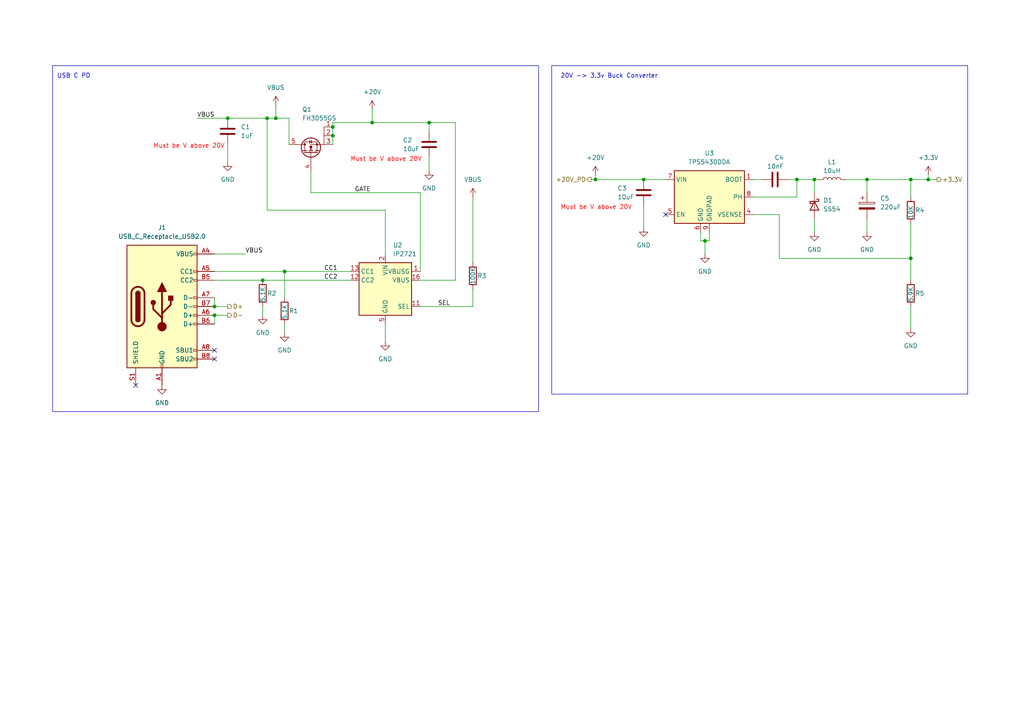
<source format=kicad_sch>
(kicad_sch (version 20230121) (generator eeschema)
  (paper "A4")
  (lib_symbols
    (symbol "Connector:USB_C_Receptacle_USB2.0" (pin_names (offset 1.016))
      (property "Reference" "J" (at -10.16 19.05 0))
      (property "Value" "USB_C_Receptacle_USB2.0" (at 19.05 19.05 0))
      (symbol "USB_C_Receptacle_USB2.0_0_0"
        (rectangle (start -0.254 -17.78) (end 0.254 -16.764))
        (rectangle (start 10.16 -14.986) (end 9.144 -15.494))
        (rectangle (start 10.16 -12.446) (end 9.144 -12.954))
        (rectangle (start 10.16 -4.826) (end 9.144 -5.334))
        (rectangle (start 10.16 -2.286) (end 9.144 -2.794))
        (rectangle (start 10.16 0.254) (end 9.144 -0.254))
        (rectangle (start 10.16 2.794) (end 9.144 2.286))
        (rectangle (start 10.16 7.874) (end 9.144 7.366))
        (rectangle (start 10.16 10.414) (end 9.144 9.906))
        (rectangle (start 10.16 15.494) (end 9.144 14.986))
      )
      (symbol "USB_C_Receptacle_USB2.0_0_1"
        (rectangle (start -10.16 17.78) (end 10.16 -17.78) (stroke (width 0.254)) (fill (type background)))
        (arc (start -8.89 -3.81) (mid -6.985 -5.7067) (end -5.08 -3.81) (stroke (width 0.508)))
        (arc (start -7.62 -3.81) (mid -6.985 -4.4423) (end -6.35 -3.81) (stroke (width 0.254)))
        (arc (start -7.62 -3.81) (mid -6.985 -4.4423) (end -6.35 -3.81) (stroke (width 0.254)) (fill (type outline)))
        (rectangle (start -7.62 -3.81) (end -6.35 3.81) (stroke (width 0.254)) (fill (type outline)))
        (arc (start -6.35 3.81) (mid -6.985 4.4423) (end -7.62 3.81) (stroke (width 0.254)))
        (arc (start -6.35 3.81) (mid -6.985 4.4423) (end -7.62 3.81) (stroke (width 0.254)) (fill (type outline)))
        (arc (start -5.08 3.81) (mid -6.985 5.7067) (end -8.89 3.81) (stroke (width 0.508)))
        (circle (center -2.54 1.143) (radius 0.635) (stroke (width 0.254)) (fill (type outline)))
        (circle (center 0 -5.842) (radius 1.27) (fill (type outline)))
        (polyline (pts (xy -8.89 -3.81) (xy -8.89 3.81)) (stroke (width 0.508)))
        (polyline (pts (xy -5.08 3.81) (xy -5.08 -3.81)) (stroke (width 0.508)))
        (polyline (pts (xy 0 -5.842) (xy 0 4.318)) (stroke (width 0.508)))
        (polyline (pts (xy 0 -3.302) (xy -2.54 -0.762) (xy -2.54 0.508)) (stroke (width 0.508)))
        (polyline (pts (xy 0 -2.032) (xy 2.54 0.508) (xy 2.54 1.778)) (stroke (width 0.508)))
        (polyline (pts (xy -1.27 4.318) (xy 0 6.858) (xy 1.27 4.318) (xy -1.27 4.318)) (stroke (width 0.254)) (fill (type outline)))
        (rectangle (start 1.905 1.778) (end 3.175 3.048) (stroke (width 0.254)) (fill (type outline)))
      )
      (symbol "USB_C_Receptacle_USB2.0_1_1"
        (pin passive line (at 0 -22.86 90) (length 5.08) (name "GND") (number "A1"))
        (pin passive line (at 0 -22.86 90) (length 5.08) hide (name "GND") (number "A12"))
        (pin passive line (at 15.24 15.24 180) (length 5.08) (name "VBUS") (number "A4"))
        (pin bidirectional line (at 15.24 10.16 180) (length 5.08) (name "CC1") (number "A5"))
        (pin bidirectional line (at 15.24 -2.54 180) (length 5.08) (name "D+") (number "A6"))
        (pin bidirectional line (at 15.24 2.54 180) (length 5.08) (name "D-") (number "A7"))
        (pin bidirectional line (at 15.24 -12.7 180) (length 5.08) (name "SBU1") (number "A8"))
        (pin passive line (at 15.24 15.24 180) (length 5.08) hide (name "VBUS") (number "A9"))
        (pin passive line (at 0 -22.86 90) (length 5.08) hide (name "GND") (number "B1"))
        (pin passive line (at 0 -22.86 90) (length 5.08) hide (name "GND") (number "B12"))
        (pin passive line (at 15.24 15.24 180) (length 5.08) hide (name "VBUS") (number "B4"))
        (pin bidirectional line (at 15.24 7.62 180) (length 5.08) (name "CC2") (number "B5"))
        (pin bidirectional line (at 15.24 -5.08 180) (length 5.08) (name "D+") (number "B6"))
        (pin bidirectional line (at 15.24 0 180) (length 5.08) (name "D-") (number "B7"))
        (pin bidirectional line (at 15.24 -15.24 180) (length 5.08) (name "SBU2") (number "B8"))
        (pin passive line (at 15.24 15.24 180) (length 5.08) hide (name "VBUS") (number "B9"))
        (pin passive line (at -7.62 -22.86 90) (length 5.08) (name "SHIELD") (number "S1"))
      )
    )
    (symbol "Device:C" (pin_numbers hide) (pin_names (offset 0.254))
      (property "Reference" "C" (at 0.635 2.54 0))
      (property "Value" "C" (at 0.635 -2.54 0))
      (symbol "C_0_1"
        (polyline (pts (xy -2.032 -0.762) (xy 2.032 -0.762)) (stroke (width 0.508)))
        (polyline (pts (xy -2.032 0.762) (xy 2.032 0.762)) (stroke (width 0.508)))
      )
      (symbol "C_1_1"
        (pin passive line (at 0 3.81 270) (length 2.794) (name "~") (number "1"))
        (pin passive line (at 0 -3.81 90) (length 2.794) (name "~") (number "2"))
      )
    )
    (symbol "Device:C_Polarized" (pin_numbers hide) (pin_names (offset 0.254))
      (property "Reference" "C" (at 0.635 2.54 0))
      (property "Value" "C_Polarized" (at 0.635 -2.54 0))
      (symbol "C_Polarized_0_1"
        (rectangle (start -2.286 0.508) (end 2.286 1.016))
        (polyline (pts (xy -1.778 2.286) (xy -0.762 2.286)))
        (polyline (pts (xy -1.27 2.794) (xy -1.27 1.778)))
        (rectangle (start 2.286 -0.508) (end -2.286 -1.016) (fill (type outline)))
      )
      (symbol "C_Polarized_1_1"
        (pin passive line (at 0 3.81 270) (length 2.794) (name "~") (number "1"))
        (pin passive line (at 0 -3.81 90) (length 2.794) (name "~") (number "2"))
      )
    )
    (symbol "Device:L" (pin_numbers hide) (pin_names (offset 1.016) hide)
      (property "Reference" "L" (at -1.27 0 90))
      (property "Value" "L" (at 1.905 0 90))
      (symbol "L_0_1"
        (arc (start 0 -2.54) (mid 0.6323 -1.905) (end 0 -1.27))
        (arc (start 0 -1.27) (mid 0.6323 -0.635) (end 0 0))
        (arc (start 0 0) (mid 0.6323 0.635) (end 0 1.27))
        (arc (start 0 1.27) (mid 0.6323 1.905) (end 0 2.54))
      )
      (symbol "L_1_1"
        (pin passive line (at 0 3.81 270) (length 1.27) (name "1") (number "1"))
        (pin passive line (at 0 -3.81 90) (length 1.27) (name "2") (number "2"))
      )
    )
    (symbol "Device:R" (pin_numbers hide) (pin_names (offset 0))
      (property "Reference" "R" (at 2.032 0 90))
      (property "Value" "R" (at 0 0 90))
      (symbol "R_0_1"
        (rectangle (start -1.016 -2.54) (end 1.016 2.54) (stroke (width 0.254)))
      )
      (symbol "R_1_1"
        (pin passive line (at 0 3.81 270) (length 1.27) (name "~") (number "1"))
        (pin passive line (at 0 -3.81 90) (length 1.27) (name "~") (number "2"))
      )
    )
    (symbol "Diode:B140-E3" (pin_numbers hide) (pin_names hide)
      (property "Reference" "D" (at 0 2.54 0))
      (property "Value" "B140-E3" (at 0 -2.54 0))
      (symbol "B140-E3_0_1"
        (polyline (pts (xy 1.27 0) (xy -1.27 0)))
        (polyline (pts (xy 1.27 1.27) (xy 1.27 -1.27) (xy -1.27 0) (xy 1.27 1.27)) (stroke (width 0.254)))
        (polyline (pts (xy -1.905 0.635) (xy -1.905 1.27) (xy -1.27 1.27) (xy -1.27 -1.27) (xy -0.635 -1.27) (xy -0.635 -0.635)) (stroke (width 0.254)))
      )
      (symbol "B140-E3_1_1"
        (pin passive line (at -3.81 0 0) (length 2.54) (name "K") (number "1"))
        (pin passive line (at 3.81 0 180) (length 2.54) (name "A") (number "2"))
      )
    )
    (symbol "Interface_USB:IP2721"
      (property "Reference" "U2" (at 2.1941 12.7 0))
      (property "Value" "IP2721" (at 2.1941 10.16 0))
      (symbol "IP2721_0_1"
        (rectangle (start -7.62 7.62) (end 7.62 -7.62) (stroke (width 0.254)) (fill (type background)))
      )
      (symbol "IP2721_1_1"
        (pin output line (at 10.16 5.08 180) (length 2.54) (name "VBUSG") (number "1"))
        (pin no_connect line (at -2.54 -7.62 90) (length 2.54) hide (name "NC") (number "10"))
        (pin input line (at 10.16 -5.08 180) (length 2.54) (name "SEL") (number "11"))
        (pin bidirectional line (at -10.16 2.54 0) (length 2.54) (name "CC2") (number "12"))
        (pin bidirectional line (at -10.16 5.08 0) (length 2.54) (name "CC1") (number "13"))
        (pin no_connect line (at 2.54 -7.62 90) (length 2.54) hide (name "NC") (number "14"))
        (pin no_connect line (at 5.08 -7.62 90) (length 2.54) hide (name "NC") (number "15"))
        (pin input line (at 10.16 2.54 180) (length 2.54) (name "VBUS") (number "16"))
        (pin power_in line (at 0 10.16 270) (length 2.54) (name "VIN") (number "2"))
        (pin no_connect line (at -5.08 7.62 270) (length 2.54) hide (name "NC") (number "3"))
        (pin no_connect line (at -7.62 -2.54 0) (length 2.54) hide (name "NC") (number "4"))
        (pin power_in line (at 0 -10.16 90) (length 2.54) (name "GND") (number "5"))
        (pin no_connect line (at -2.54 7.62 270) (length 2.54) hide (name "NC") (number "6"))
        (pin no_connect line (at 2.54 7.62 90) (length 2.54) hide (name "NC") (number "7"))
        (pin no_connect line (at 5.08 7.62 90) (length 2.54) hide (name "NC") (number "8"))
        (pin no_connect line (at -5.08 -7.62 90) (length 2.54) hide (name "NC") (number "9"))
      )
    )
    (symbol "Regulator_Switching:TPS5430DDA"
      (property "Reference" "U" (at -10.16 8.89 0))
      (property "Value" "TPS5430DDA" (at -1.27 8.89 0))
      (symbol "TPS5430DDA_0_1"
        (rectangle (start -10.16 7.62) (end 10.16 -7.62) (stroke (width 0.254)) (fill (type background)))
      )
      (symbol "TPS5430DDA_1_1"
        (pin input line (at 12.7 5.08 180) (length 2.54) (name "BOOT") (number "1"))
        (pin no_connect line (at -10.16 2.54 0) (length 2.54) hide (name "NC") (number "2"))
        (pin no_connect line (at -10.16 -2.54 0) (length 2.54) hide (name "NC") (number "3"))
        (pin input line (at 12.7 -5.08 180) (length 2.54) (name "VSENSE") (number "4"))
        (pin input line (at -12.7 -5.08 0) (length 2.54) (name "EN") (number "5"))
        (pin power_in line (at -2.54 -10.16 90) (length 2.54) (name "GND") (number "6"))
        (pin power_in line (at -12.7 5.08 0) (length 2.54) (name "VIN") (number "7"))
        (pin output line (at 12.7 0 180) (length 2.54) (name "PH") (number "8"))
        (pin power_in line (at 0 -10.16 90) (length 2.54) (name "GNDPAD") (number "9"))
      )
    )
    (symbol "Transistor_FET:FH3055GS" (pin_names hide)
      (property "Reference" "Q" (at -1.905 2.54 90))
      (property "Value" "FH3055GS" (at -2.54 17.78 90))
      (property "LCSC" "C5159034" (at 0 22.86 90))
      (symbol "FH3055GS_0_1"
        (circle (center -1.778 0) (radius 0.254) (fill (type outline)))
        (circle (center 0 -0.889) (radius 2.794) (stroke (width 0.254)))
        (polyline (pts (xy -2.54 0) (xy -1.778 0)))
        (polyline (pts (xy -2.286 -1.778) (xy -1.27 -1.778)) (stroke (width 0.254)))
        (polyline (pts (xy -1.905 -2.286) (xy 1.905 -2.286)) (stroke (width 0.254)))
        (polyline (pts (xy -0.508 -1.778) (xy 0.508 -1.778)) (stroke (width 0.254)))
        (polyline (pts (xy 0 -2.286) (xy 0 -5.08)))
        (polyline (pts (xy 1.27 -1.778) (xy 2.286 -1.778)) (stroke (width 0.254)))
        (polyline (pts (xy -2.54 0) (xy -3.81 0) (xy -3.81 0)))
        (polyline (pts (xy 2.54 0) (xy 0 0) (xy 0 -1.778)))
        (polyline (pts (xy 2.54 0) (xy 3.81 0) (xy 3.81 5.08)))
        (polyline (pts (xy -0.508 0.254) (xy -0.381 0.381) (xy -0.381 1.143) (xy -0.254 1.27)))
        (polyline (pts (xy -0.381 0.762) (xy 0.254 0.381) (xy 0.254 1.143) (xy -0.381 0.762)))
        (polyline (pts (xy 0 -1.524) (xy -0.381 -0.508) (xy 0.381 -0.508) (xy 0 -1.524)) (fill (type outline)))
        (polyline (pts (xy 1.778 -1.778) (xy 1.778 0.762) (xy -1.778 0.762) (xy -1.778 -1.778)))
        (circle (center 1.778 0) (radius 0.254) (fill (type outline)))
      )
      (symbol "FH3055GS_1_1"
        (pin passive line (at 6.35 5.08 180) (length 2.54) (name "S") (number "1"))
        (pin passive line (at 6.35 2.54 180) (length 2.54) (name "S") (number "2"))
        (pin passive line (at 6.35 0 180) (length 2.54) (name "S") (number "3"))
        (pin input line (at 0 -7.62 90) (length 2.54) (name "G") (number "4"))
        (pin passive line (at -6.35 0 0) (length 2.54) (name "D") (number "5"))
      )
    )
    (symbol "power:+20V_USBPD" (power) (pin_names (offset 0))
      (property "Value" "+20V_USBPD" (at 0 3.81 0))
      (symbol "+20V_USBPD_0_1"
        (polyline (pts (xy -0.762 1.27) (xy 0 2.54)))
        (polyline (pts (xy 0 0) (xy 0 2.54)))
        (polyline (pts (xy 0 2.54) (xy 0.762 1.27)))
      )
      (symbol "+20V_USBPD_1_1"
        (pin power_in line (at 0 0 180) (length 0) hide (name "+20V") (number "1"))
      )
    )
    (symbol "power:+3.3V" (power) (pin_names (offset 0))
      (property "Value" "+3.3V" (at 0 3.556 0))
      (symbol "+3.3V_0_1"
        (polyline (pts (xy -0.762 1.27) (xy 0 2.54)))
        (polyline (pts (xy 0 0) (xy 0 2.54)))
        (polyline (pts (xy 0 2.54) (xy 0.762 1.27)))
      )
      (symbol "+3.3V_1_1"
        (pin power_in line (at 0 0 90) (length 0) hide (name "+3.3V") (number "1"))
      )
    )
    (symbol "power:GND" (power) (pin_names (offset 0))
      (property "Value" "GND" (at 0 -3.81 0))
      (symbol "GND_0_1"
        (polyline (pts (xy 0 0) (xy 0 -1.27) (xy 1.27 -1.27) (xy 0 -2.54) (xy -1.27 -1.27) (xy 0 -1.27)))
      )
      (symbol "GND_1_1"
        (pin power_in line (at 0 0 270) (length 0) hide (name "GND") (number "1"))
      )
    )
    (symbol "power:VBUS" (power) (pin_names (offset 0))
      (property "Value" "VBUS" (at 0 3.81 0))
      (symbol "VBUS_0_1"
        (polyline (pts (xy -0.762 1.27) (xy 0 2.54)))
        (polyline (pts (xy 0 0) (xy 0 2.54)))
        (polyline (pts (xy 0 2.54) (xy 0.762 1.27)))
      )
      (symbol "VBUS_1_1"
        (pin power_in line (at 0 0 90) (length 0) hide (name "VBUS") (number "1"))
      )
    )
  )
  (junction (at 172.72 52.07))
  (junction (at 269.24 52.07))
  (junction (at 96.52 39.37))
  (junction (at 62.23 88.9))
  (junction (at 66.04 34.29))
  (junction (at 264.16 52.07))
  (junction (at 204.47 69.85))
  (junction (at 107.95 35.56))
  (junction (at 77.47 34.29))
  (junction (at 264.16 74.93))
  (junction (at 96.52 36.83))
  (junction (at 80.01 34.29))
  (junction (at 76.2 81.28))
  (junction (at 236.22 52.07))
  (junction (at 251.46 52.07))
  (junction (at 186.69 52.07))
  (junction (at 124.46 35.56))
  (junction (at 231.14 52.07))
  (junction (at 62.23 91.44))
  (junction (at 82.55 78.74))
  (no_connect (at 193.04 62.23))
  (no_connect (at 39.37 111.76))
  (no_connect (at 62.23 101.6))
  (no_connect (at 62.23 104.14))
  (wire (pts (xy 204.47 73.66) (xy 204.47 69.85)))
  (wire (pts (xy 76.2 81.28) (xy 101.6 81.28)))
  (wire (pts (xy 269.24 50.8) (xy 269.24 52.07)))
  (wire (pts (xy 264.16 88.9) (xy 264.16 95.25)))
  (wire (pts (xy 90.17 49.53) (xy 90.17 55.88)))
  (wire (pts (xy 264.16 64.77) (xy 264.16 74.93)))
  (wire (pts (xy 121.92 55.88) (xy 121.92 78.74)))
  (wire (pts (xy 107.95 31.75) (xy 107.95 35.56)))
  (wire (pts (xy 77.47 60.96) (xy 77.47 34.29)))
  (wire (pts (xy 269.24 52.07) (xy 271.78 52.07)))
  (wire (pts (xy 132.08 81.28) (xy 132.08 35.56)))
  (wire (pts (xy 90.17 55.88) (xy 121.92 55.88)))
  (wire (pts (xy 80.01 30.48) (xy 80.01 34.29)))
  (wire (pts (xy 264.16 74.93) (xy 264.16 81.28)))
  (wire (pts (xy 57.15 34.29) (xy 66.04 34.29)))
  (wire (pts (xy 111.76 73.66) (xy 111.76 60.96)))
  (wire (pts (xy 82.55 93.98) (xy 82.55 96.52)))
  (wire (pts (xy 172.72 52.07) (xy 186.69 52.07)))
  (wire (pts (xy 171.45 52.07) (xy 172.72 52.07)))
  (wire (pts (xy 62.23 91.44) (xy 62.23 93.98)))
  (wire (pts (xy 124.46 45.72) (xy 124.46 49.53)))
  (wire (pts (xy 236.22 52.07) (xy 237.49 52.07)))
  (wire (pts (xy 251.46 52.07) (xy 251.46 55.88)))
  (wire (pts (xy 236.22 63.5) (xy 236.22 67.31)))
  (wire (pts (xy 62.23 91.44) (xy 66.04 91.44)))
  (wire (pts (xy 264.16 57.15) (xy 264.16 52.07)))
  (wire (pts (xy 82.55 78.74) (xy 82.55 86.36)))
  (wire (pts (xy 76.2 88.9) (xy 76.2 91.44)))
  (wire (pts (xy 66.04 34.29) (xy 77.47 34.29)))
  (wire (pts (xy 203.2 67.31) (xy 203.2 69.85)))
  (wire (pts (xy 231.14 52.07) (xy 236.22 52.07)))
  (wire (pts (xy 137.16 83.82) (xy 137.16 88.9)))
  (wire (pts (xy 186.69 52.07) (xy 193.04 52.07)))
  (wire (pts (xy 228.6 52.07) (xy 231.14 52.07)))
  (wire (pts (xy 203.2 69.85) (xy 204.47 69.85)))
  (wire (pts (xy 231.14 57.15) (xy 231.14 52.07)))
  (wire (pts (xy 186.69 59.69) (xy 186.69 66.04)))
  (wire (pts (xy 62.23 73.66) (xy 71.12 73.66)))
  (wire (pts (xy 96.52 36.83) (xy 96.52 39.37)))
  (wire (pts (xy 96.52 39.37) (xy 96.52 41.91)))
  (wire (pts (xy 66.04 41.91) (xy 66.04 46.99)))
  (wire (pts (xy 62.23 86.36) (xy 62.23 88.9)))
  (wire (pts (xy 62.23 78.74) (xy 82.55 78.74)))
  (wire (pts (xy 245.11 52.07) (xy 251.46 52.07)))
  (wire (pts (xy 80.01 34.29) (xy 83.82 34.29)))
  (wire (pts (xy 137.16 57.15) (xy 137.16 76.2)))
  (wire (pts (xy 218.44 52.07) (xy 220.98 52.07)))
  (wire (pts (xy 172.72 50.8) (xy 172.72 52.07)))
  (wire (pts (xy 218.44 62.23) (xy 226.06 62.23)))
  (wire (pts (xy 137.16 88.9) (xy 121.92 88.9)))
  (wire (pts (xy 205.74 67.31) (xy 205.74 69.85)))
  (wire (pts (xy 82.55 78.74) (xy 101.6 78.74)))
  (wire (pts (xy 107.95 35.56) (xy 124.46 35.56)))
  (wire (pts (xy 96.52 35.56) (xy 107.95 35.56)))
  (wire (pts (xy 226.06 62.23) (xy 226.06 74.93)))
  (wire (pts (xy 124.46 35.56) (xy 132.08 35.56)))
  (wire (pts (xy 77.47 34.29) (xy 80.01 34.29)))
  (wire (pts (xy 205.74 69.85) (xy 204.47 69.85)))
  (wire (pts (xy 111.76 93.98) (xy 111.76 99.06)))
  (wire (pts (xy 251.46 52.07) (xy 264.16 52.07)))
  (wire (pts (xy 236.22 52.07) (xy 236.22 55.88)))
  (wire (pts (xy 124.46 35.56) (xy 124.46 38.1)))
  (wire (pts (xy 111.76 60.96) (xy 77.47 60.96)))
  (wire (pts (xy 218.44 57.15) (xy 231.14 57.15)))
  (wire (pts (xy 269.24 52.07) (xy 264.16 52.07)))
  (wire (pts (xy 121.92 81.28) (xy 132.08 81.28)))
  (wire (pts (xy 62.23 81.28) (xy 76.2 81.28)))
  (wire (pts (xy 96.52 35.56) (xy 96.52 36.83)))
  (wire (pts (xy 83.82 34.29) (xy 83.82 41.91)))
  (wire (pts (xy 251.46 63.5) (xy 251.46 67.31)))
  (wire (pts (xy 226.06 74.93) (xy 264.16 74.93)))
  (wire (pts (xy 62.23 88.9) (xy 66.04 88.9)))
  (rectangle (start 15.24 19.05) (end 156.21 119.38))
  (rectangle (start 160.02 19.05) (end 280.67 114.3))
  (text "Must be V above 20V" (at 44.45 43.18 0) (effects (font (size 1.27 1.27)) (justify left bottom)))
  (text "Must be V above 20V" (at 101.6 46.99 0) (effects (font (size 1.27 1.27)) (justify left bottom)))
  (text "USB C PD" (at 16.51 22.86 0) (effects (font (size 1.27 1.27)) (justify left bottom)))
  (text "Must be V above 20V" (at 162.56 60.96 0) (effects (font (size 1.27 1.27)) (justify left bottom)))
  (text "20V -> 3.3v Buck Converter" (at 162.56 22.86 0) (effects (font (size 1.27 1.27)) (justify left bottom)))
  (label "VBUS" (at 71.12 73.66 0))
  (label "CC2" (at 93.98 81.28 0))
  (label "SEL" (at 127 88.9 0))
  (label "CC1" (at 93.98 78.74 0))
  (label "GATE" (at 102.87 55.88 0))
  (label "VBUS" (at 57.15 34.29 0))
  (hierarchical_label "+20V_PD" (shape output) (at 171.45 52.07 180))
  (hierarchical_label "D-" (shape output) (at 66.04 91.44 0))
  (hierarchical_label "D+" (shape output) (at 66.04 88.9 0))
  (hierarchical_label "+3.3V" (shape output) (at 271.78 52.07 0))
  (symbol (lib_id "Device:R") (at 76.2 85.09 0) (unit 1)
    (property "Reference" "R2" (at 77.47 85.09 0) (effects (justify left)))
    (property "Value" "5.1K" (at 76.2 87.63 90) (effects (justify left)))
    (property "Footprint" "Resistor_SMD:R_0402_1005Metric" (effects hide))
    (property "LCSC" "C25905" (effects hide))
  )
  (symbol (lib_id "power:VBUS") (at 80.01 30.48 0) (unit 1)
    (property "Reference" "#PWR07" (effects hide))
    (property "Value" "VBUS" (at 80.01 25.4 0))
  )
  (symbol (lib_id "Interface_USB:IP2721") (at 111.76 83.82 0) (unit 1)
    (property "Reference" "U2" (at 113.9541 71.12 0) (effects (justify left)))
    (property "Value" "IP2721" (at 113.9541 73.66 0) (effects (justify left)))
    (property "Footprint" "Package_SO:TSSOP-16_4.4x5mm_P0.65mm" (effects hide))
    (property "Datasheet" "https://datasheet.lcsc.com/lcsc/2006111335_INJOINIC-IP2721_C603176.pdf" (effects hide))
    (property "LCSC" "C603176" (effects hide))
  )
  (symbol (lib_id "Device:R") (at 264.16 60.96 0) (unit 1)
    (property "Reference" "R4" (at 265.43 60.96 0) (effects (justify left)))
    (property "Value" "10K" (at 264.16 63.5 90) (effects (justify left)))
    (property "Footprint" "Resistor_SMD:R_0402_1005Metric" (effects hide))
    (property "LCSC" "C25744" (effects hide))
  )
  (symbol (lib_id "power:VBUS") (at 137.16 57.15 0) (unit 1)
    (property "Reference" "#PWR08" (effects hide))
    (property "Value" "VBUS" (at 137.16 52.07 0))
  )
  (symbol (lib_id "power:+20V_USBPD") (at 107.95 31.75 0) (unit 1)
    (property "Reference" "#PWR09" (effects hide))
    (property "Value" "+20V_USBPD" (at 107.95 26.67 0))
  )
  (symbol (lib_id "power:GND") (at 76.2 91.44 0) (unit 1)
    (property "Reference" "#PWR02" (effects hide))
    (property "Value" "GND" (at 76.2 96.52 0))
  )
  (symbol (lib_id "Device:R") (at 137.16 80.01 0) (unit 1)
    (property "Reference" "R3" (at 138.43 80.01 0) (effects (justify left)))
    (property "Value" "100K" (at 137.16 82.55 90) (effects (justify left)))
    (property "Footprint" "Resistor_SMD:R_0402_1005Metric" (effects hide))
    (property "LCSC" "C25741" (effects hide))
  )
  (symbol (lib_id "power:GND") (at 46.99 111.76 0) (unit 1)
    (property "Reference" "#PWR03" (effects hide))
    (property "Value" "GND" (at 46.99 116.84 0))
  )
  (symbol (lib_id "Device:L") (at 241.3 52.07 90) (unit 1)
    (property "Reference" "L1" (at 241.3 46.99 90))
    (property "Value" "10uH" (at 241.3 49.53 90))
    (property "Footprint" "Inductor_SMD:L_7.4x6.9_H3" (effects hide))
    (property "LCSC" "C2827354" (effects hide))
  )
  (symbol (lib_id "power:GND") (at 111.76 99.06 0) (unit 1)
    (property "Reference" "#PWR04" (effects hide))
    (property "Value" "GND" (at 111.76 104.14 0))
  )
  (symbol (lib_id "Device:C") (at 66.04 38.1 0) (unit 1)
    (property "Reference" "C1" (at 69.85 36.83 0) (effects (justify left)))
    (property "Value" "1uF" (at 69.85 39.37 0) (effects (justify left)))
    (property "Footprint" "Capacitor_SMD:C_0402_1005Metric" (effects hide))
    (property "LCSC" "C52923" (effects hide))
  )
  (symbol (lib_id "Regulator_Switching:TPS5430DDA") (at 205.74 57.15 0) (unit 1)
    (property "Reference" "U3" (at 205.74 44.45 0))
    (property "Value" "TPS5430DDA" (at 205.74 46.99 0))
    (property "Footprint" "Package_SO:TI_SO-PowerPAD-8_ThermalVias" (effects hide))
    (property "Datasheet" "http://www.ti.com/lit/ds/symlink/tps5430.pdf" (effects hide))
    (property "LCSC" "C9864" (effects hide))
  )
  (symbol (lib_id "power:GND") (at 236.22 67.31 0) (unit 1)
    (property "Reference" "#PWR017" (effects hide))
    (property "Value" "GND" (at 236.22 72.39 0))
  )
  (symbol (lib_id "power:GND") (at 204.47 73.66 0) (unit 1)
    (property "Reference" "#PWR011" (effects hide))
    (property "Value" "GND" (at 204.47 78.74 0))
  )
  (symbol (lib_id "Device:C") (at 224.79 52.07 90) (unit 1)
    (property "Reference" "C4" (at 227.33 45.72 90) (effects (justify left)))
    (property "Value" "10nF" (at 227.33 48.26 90) (effects (justify left)))
    (property "Footprint" "Capacitor_SMD:C_0402_1005Metric" (effects hide))
    (property "LCSC" "C15195" (effects hide))
  )
  (symbol (lib_id "Device:R") (at 264.16 85.09 0) (unit 1)
    (property "Reference" "R5" (at 265.43 85.09 0) (effects (justify left)))
    (property "Value" "5.9K" (at 264.16 87.63 90) (effects (justify left)))
    (property "Footprint" "Resistor_SMD:R_0402_1005Metric" (effects hide))
    (property "LCSC" "C25133" (effects hide))
  )
  (symbol (lib_id "power:+20V_USBPD") (at 172.72 50.8 0) (unit 1)
    (property "Reference" "#PWR013" (effects hide))
    (property "Value" "+20V_USBPD" (at 172.72 45.72 0))
  )
  (symbol (lib_id "power:GND") (at 82.55 96.52 0) (unit 1)
    (property "Reference" "#PWR01" (effects hide))
    (property "Value" "GND" (at 82.55 101.6 0))
  )
  (symbol (lib_id "power:GND") (at 264.16 95.25 0) (unit 1)
    (property "Reference" "#PWR014" (effects hide))
    (property "Value" "GND" (at 264.16 100.33 0))
  )
  (symbol (lib_id "power:GND") (at 186.69 66.04 0) (unit 1)
    (property "Reference" "#PWR012" (effects hide))
    (property "Value" "GND" (at 186.69 71.12 0))
  )
  (symbol (lib_id "Transistor_FET:FH3055GS") (at 90.17 41.91 0) (unit 1)
    (property "Reference" "Q1" (at 87.63 31.75 0) (effects (justify left)))
    (property "Value" "FH3055GS" (at 87.63 34.29 0) (effects (justify left)))
    (property "Footprint" "Package_DFN_QFN:AO_DFN-8-1EP_5.55x5.2mm_P1.27mm_EP4.12x4.6mm" (effects hide))
    (property "Datasheet" "https://wmsc.lcsc.com/wmsc/upload/file/pdf/v2/lcsc/2209091800_XIN-FEI-HONG-FH3055GS_C5159034.pdf" (effects hide))
    (property "LCSC" "C5159034" (effects hide))
  )
  (symbol (lib_id "power:+3.3V") (at 269.24 50.8 0) (unit 1)
    (property "Reference" "#PWR016" (effects hide))
    (property "Value" "+3.3V" (at 269.24 45.72 0))
  )
  (symbol (lib_id "Device:C") (at 186.69 55.88 0) (unit 1)
    (property "Reference" "C3" (at 179.07 54.61 0) (effects (justify left)))
    (property "Value" "10uF" (at 179.07 57.15 0) (effects (justify left)))
    (property "Footprint" "Capacitor_SMD:C_1206_3216Metric" (effects hide))
    (property "LCSC" "C13585" (effects hide))
  )
  (symbol (lib_id "Device:R") (at 82.55 90.17 0) (unit 1)
    (property "Reference" "R1" (at 83.82 90.17 0) (effects (justify left)))
    (property "Value" "5.1K" (at 82.55 92.71 90) (effects (justify left)))
    (property "Footprint" "Resistor_SMD:R_0402_1005Metric" (effects hide))
    (property "LCSC" "C25905" (effects hide))
  )
  (symbol (lib_id "power:GND") (at 251.46 67.31 0) (unit 1)
    (property "Reference" "#PWR015" (effects hide))
    (property "Value" "GND" (at 251.46 72.39 0))
  )
  (symbol (lib_id "Connector:USB_C_Receptacle_USB2.0") (at 46.99 88.9 0) (unit 1)
    (property "Reference" "J1" (at 46.99 66.04 0))
    (property "Value" "USB_C_Receptacle_USB2.0" (at 46.99 68.58 0))
    (property "Footprint" "USBc:USB-C_SMD-TYPE-C-31-M-12" (effects hide))
    (property "Datasheet" "https://www.usb.org/sites/default/files/documents/usb_type-c.zip" (effects hide))
    (property "LCSC" "C165948" (effects hide))
  )
  (symbol (lib_id "Device:C_Polarized") (at 251.46 59.69 0) (unit 1)
    (property "Reference" "C5" (at 255.27 57.531 0) (effects (justify left)))
    (property "Value" "220uF" (at 255.27 60.071 0) (effects (justify left)))
    (property "Footprint" "Capacitor_SMD:CP_Elec_10x10" (effects hide))
    (property "LCSC" "C125977" (effects hide))
  )
  (symbol (lib_id "power:GND") (at 66.04 46.99 0) (unit 1)
    (property "Reference" "#PWR05" (effects hide))
    (property "Value" "GND" (at 66.04 52.07 0))
  )
  (symbol (lib_id "Diode:B140-E3") (at 236.22 59.69 270) (unit 1)
    (property "Reference" "D1" (at 238.76 58.1025 90) (effects (justify left)))
    (property "Value" "SS54" (at 238.76 60.6425 90) (effects (justify left)))
    (property "Footprint" "Diode_SMD:D_SMA" (effects hide))
    (property "Datasheet" "http://www.vishay.com/docs/88946/b120.pdf" (effects hide))
    (property "LCSC" "C22452" (effects hide))
  )
  (symbol (lib_id "Device:C") (at 124.46 41.91 0) (unit 1)
    (property "Reference" "C2" (at 116.84 40.64 0) (effects (justify left)))
    (property "Value" "10uF" (at 116.84 43.18 0) (effects (justify left)))
    (property "Footprint" "Capacitor_SMD:C_1206_3216Metric" (effects hide))
    (property "LCSC" "C13585" (effects hide))
  )
  (symbol (lib_id "power:GND") (at 124.46 49.53 0) (unit 1)
    (property "Reference" "#PWR06" (effects hide))
    (property "Value" "GND" (at 124.46 54.61 0))
  )
)
</source>
